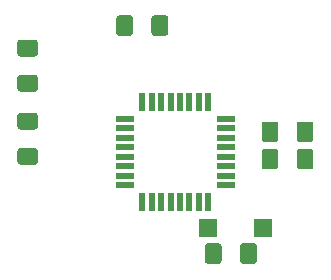
<source format=gbr>
%TF.GenerationSoftware,KiCad,Pcbnew,(5.1.6)-1*%
%TF.CreationDate,2020-09-09T14:29:39-07:00*%
%TF.ProjectId,DigitController,44696769-7443-46f6-9e74-726f6c6c6572,rev?*%
%TF.SameCoordinates,Original*%
%TF.FileFunction,Paste,Top*%
%TF.FilePolarity,Positive*%
%FSLAX46Y46*%
G04 Gerber Fmt 4.6, Leading zero omitted, Abs format (unit mm)*
G04 Created by KiCad (PCBNEW (5.1.6)-1) date 2020-09-09 14:29:39*
%MOMM*%
%LPD*%
G01*
G04 APERTURE LIST*
%ADD10R,1.600000X0.550000*%
%ADD11R,0.550000X1.600000*%
%ADD12R,1.600000X1.500000*%
G04 APERTURE END LIST*
D10*
%TO.C,U1*%
X79350000Y-92900000D03*
X79350000Y-93700000D03*
X79350000Y-94500000D03*
X79350000Y-95300000D03*
X79350000Y-96100000D03*
X79350000Y-96900000D03*
X79350000Y-97700000D03*
X79350000Y-98500000D03*
D11*
X77900000Y-99950000D03*
X77100000Y-99950000D03*
X76300000Y-99950000D03*
X75500000Y-99950000D03*
X74700000Y-99950000D03*
X73900000Y-99950000D03*
X73100000Y-99950000D03*
X72300000Y-99950000D03*
D10*
X70850000Y-98500000D03*
X70850000Y-97700000D03*
X70850000Y-96900000D03*
X70850000Y-96100000D03*
X70850000Y-95300000D03*
X70850000Y-94500000D03*
X70850000Y-93700000D03*
X70850000Y-92900000D03*
D11*
X72300000Y-91450000D03*
X73100000Y-91450000D03*
X73900000Y-91450000D03*
X74700000Y-91450000D03*
X75500000Y-91450000D03*
X76300000Y-91450000D03*
X77100000Y-91450000D03*
X77900000Y-91450000D03*
%TD*%
%TO.C,R2*%
G36*
G01*
X79025000Y-103675000D02*
X79025000Y-104925000D01*
G75*
G02*
X78775000Y-105175000I-250000J0D01*
G01*
X77850000Y-105175000D01*
G75*
G02*
X77600000Y-104925000I0J250000D01*
G01*
X77600000Y-103675000D01*
G75*
G02*
X77850000Y-103425000I250000J0D01*
G01*
X78775000Y-103425000D01*
G75*
G02*
X79025000Y-103675000I0J-250000D01*
G01*
G37*
G36*
G01*
X82000000Y-103675000D02*
X82000000Y-104925000D01*
G75*
G02*
X81750000Y-105175000I-250000J0D01*
G01*
X80825000Y-105175000D01*
G75*
G02*
X80575000Y-104925000I0J250000D01*
G01*
X80575000Y-103675000D01*
G75*
G02*
X80825000Y-103425000I250000J0D01*
G01*
X81750000Y-103425000D01*
G75*
G02*
X82000000Y-103675000I0J-250000D01*
G01*
G37*
%TD*%
%TO.C,R1*%
G36*
G01*
X85375000Y-94625000D02*
X85375000Y-93375000D01*
G75*
G02*
X85625000Y-93125000I250000J0D01*
G01*
X86550000Y-93125000D01*
G75*
G02*
X86800000Y-93375000I0J-250000D01*
G01*
X86800000Y-94625000D01*
G75*
G02*
X86550000Y-94875000I-250000J0D01*
G01*
X85625000Y-94875000D01*
G75*
G02*
X85375000Y-94625000I0J250000D01*
G01*
G37*
G36*
G01*
X82400000Y-94625000D02*
X82400000Y-93375000D01*
G75*
G02*
X82650000Y-93125000I250000J0D01*
G01*
X83575000Y-93125000D01*
G75*
G02*
X83825000Y-93375000I0J-250000D01*
G01*
X83825000Y-94625000D01*
G75*
G02*
X83575000Y-94875000I-250000J0D01*
G01*
X82650000Y-94875000D01*
G75*
G02*
X82400000Y-94625000I0J250000D01*
G01*
G37*
%TD*%
D12*
%TO.C,D1*%
X77900000Y-102100000D03*
X82500000Y-102100000D03*
%TD*%
%TO.C,C4*%
G36*
G01*
X63225000Y-93812500D02*
X61975000Y-93812500D01*
G75*
G02*
X61725000Y-93562500I0J250000D01*
G01*
X61725000Y-92637500D01*
G75*
G02*
X61975000Y-92387500I250000J0D01*
G01*
X63225000Y-92387500D01*
G75*
G02*
X63475000Y-92637500I0J-250000D01*
G01*
X63475000Y-93562500D01*
G75*
G02*
X63225000Y-93812500I-250000J0D01*
G01*
G37*
G36*
G01*
X63225000Y-96787500D02*
X61975000Y-96787500D01*
G75*
G02*
X61725000Y-96537500I0J250000D01*
G01*
X61725000Y-95612500D01*
G75*
G02*
X61975000Y-95362500I250000J0D01*
G01*
X63225000Y-95362500D01*
G75*
G02*
X63475000Y-95612500I0J-250000D01*
G01*
X63475000Y-96537500D01*
G75*
G02*
X63225000Y-96787500I-250000J0D01*
G01*
G37*
%TD*%
%TO.C,C3*%
G36*
G01*
X61975000Y-89175000D02*
X63225000Y-89175000D01*
G75*
G02*
X63475000Y-89425000I0J-250000D01*
G01*
X63475000Y-90350000D01*
G75*
G02*
X63225000Y-90600000I-250000J0D01*
G01*
X61975000Y-90600000D01*
G75*
G02*
X61725000Y-90350000I0J250000D01*
G01*
X61725000Y-89425000D01*
G75*
G02*
X61975000Y-89175000I250000J0D01*
G01*
G37*
G36*
G01*
X61975000Y-86200000D02*
X63225000Y-86200000D01*
G75*
G02*
X63475000Y-86450000I0J-250000D01*
G01*
X63475000Y-87375000D01*
G75*
G02*
X63225000Y-87625000I-250000J0D01*
G01*
X61975000Y-87625000D01*
G75*
G02*
X61725000Y-87375000I0J250000D01*
G01*
X61725000Y-86450000D01*
G75*
G02*
X61975000Y-86200000I250000J0D01*
G01*
G37*
%TD*%
%TO.C,C2*%
G36*
G01*
X71525000Y-84375000D02*
X71525000Y-85625000D01*
G75*
G02*
X71275000Y-85875000I-250000J0D01*
G01*
X70350000Y-85875000D01*
G75*
G02*
X70100000Y-85625000I0J250000D01*
G01*
X70100000Y-84375000D01*
G75*
G02*
X70350000Y-84125000I250000J0D01*
G01*
X71275000Y-84125000D01*
G75*
G02*
X71525000Y-84375000I0J-250000D01*
G01*
G37*
G36*
G01*
X74500000Y-84375000D02*
X74500000Y-85625000D01*
G75*
G02*
X74250000Y-85875000I-250000J0D01*
G01*
X73325000Y-85875000D01*
G75*
G02*
X73075000Y-85625000I0J250000D01*
G01*
X73075000Y-84375000D01*
G75*
G02*
X73325000Y-84125000I250000J0D01*
G01*
X74250000Y-84125000D01*
G75*
G02*
X74500000Y-84375000I0J-250000D01*
G01*
G37*
%TD*%
%TO.C,C1*%
G36*
G01*
X85375000Y-96925000D02*
X85375000Y-95675000D01*
G75*
G02*
X85625000Y-95425000I250000J0D01*
G01*
X86550000Y-95425000D01*
G75*
G02*
X86800000Y-95675000I0J-250000D01*
G01*
X86800000Y-96925000D01*
G75*
G02*
X86550000Y-97175000I-250000J0D01*
G01*
X85625000Y-97175000D01*
G75*
G02*
X85375000Y-96925000I0J250000D01*
G01*
G37*
G36*
G01*
X82400000Y-96925000D02*
X82400000Y-95675000D01*
G75*
G02*
X82650000Y-95425000I250000J0D01*
G01*
X83575000Y-95425000D01*
G75*
G02*
X83825000Y-95675000I0J-250000D01*
G01*
X83825000Y-96925000D01*
G75*
G02*
X83575000Y-97175000I-250000J0D01*
G01*
X82650000Y-97175000D01*
G75*
G02*
X82400000Y-96925000I0J250000D01*
G01*
G37*
%TD*%
M02*

</source>
